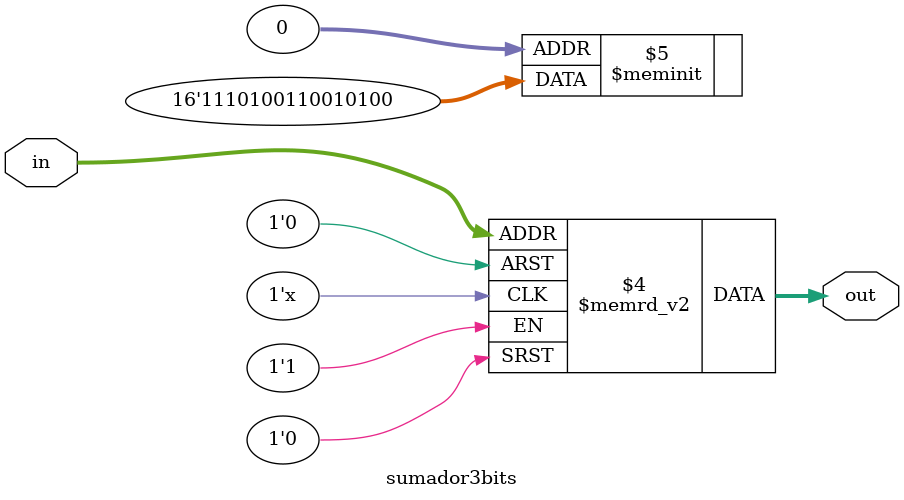
<source format=v>
module sumador3bits(
	input [0:2] in,
	output reg [0:1] out,
);

always @(in)

begin

case(in)

	3'b000: out = 2'b00;
	3'b001: out = 2'b01;
	3'b010: out = 2'b01;
	3'b011: out = 2'b10;
	3'b100: out = 2'b01;
	3'b101: out = 2'b10;
	3'b110: out = 2'b10;
	3'b111: out = 2'b11;
	default: out = 2'b00;
	
endcase

end

endmodule

</source>
